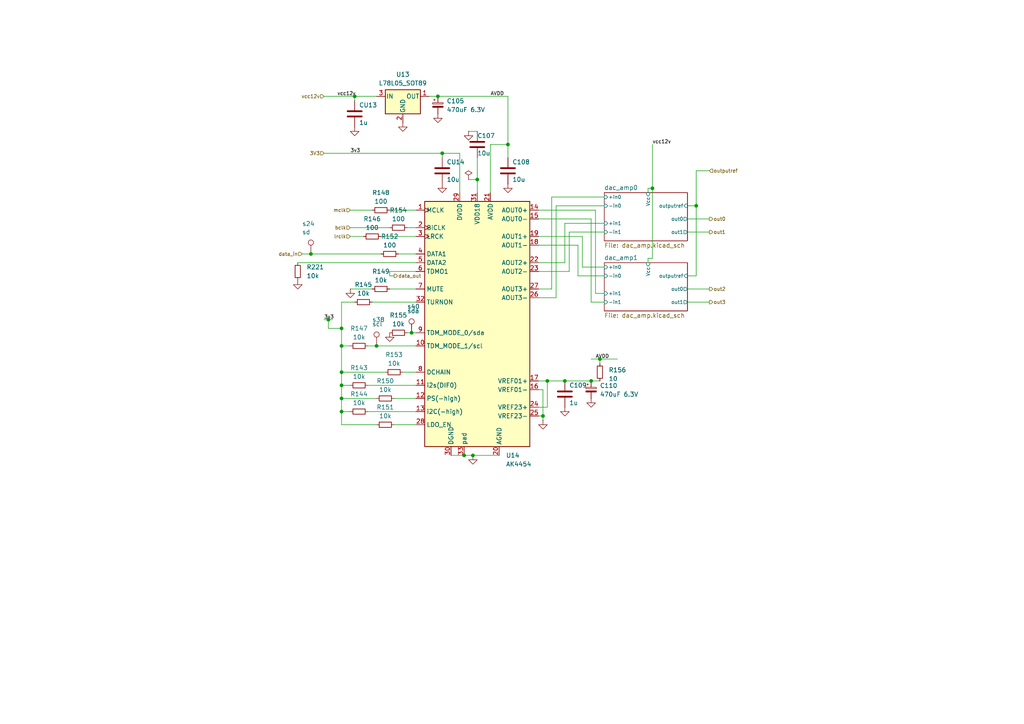
<source format=kicad_sch>
(kicad_sch (version 20231120) (generator "eeschema") (generator_version "8.0")
  (paper "A4")
  (lib_symbols
    (symbol "Connector:TestPoint" (pin_numbers hide) (pin_names (offset 0.762) hide)
      (property "Reference" "TP" (at 0 6.858 0))
      (property "Value" "TestPoint" (at 0 5.08 0))
      (symbol "TestPoint_0_1"
        (circle (center 0 3.302) (radius 0.762))
      )
      (symbol "TestPoint_1_1"
        (pin passive line (at 0 0 90) (length 2.54) (name "1") (number "1"))
      )
    )
    (symbol "Device:C" (pin_numbers hide) (pin_names (offset 0.254))
      (property "Reference" "C" (at 0.635 2.54 0))
      (property "Value" "C" (at 0.635 -2.54 0))
      (symbol "C_0_1"
        (polyline (pts (xy -2.032 -0.762) (xy 2.032 -0.762)) (stroke (width 0.508)))
        (polyline (pts (xy -2.032 0.762) (xy 2.032 0.762)) (stroke (width 0.508)))
      )
      (symbol "C_1_1"
        (pin passive line (at 0 3.81 270) (length 2.794) (name "~") (number "1"))
        (pin passive line (at 0 -3.81 90) (length 2.794) (name "~") (number "2"))
      )
    )
    (symbol "Device:C_Polarized_Small" (pin_numbers hide) (pin_names (offset 0.254) hide)
      (property "Reference" "C" (at 0.254 1.778 0))
      (property "Value" "C_Polarized_Small" (at 0.254 -2.032 0))
      (symbol "C_Polarized_Small_0_1"
        (rectangle (start -1.524 -0.3048) (end 1.524 -0.6858) (fill (type outline)))
        (rectangle (start -1.524 0.6858) (end 1.524 0.3048))
        (polyline (pts (xy -1.27 1.524) (xy -0.762 1.524)))
        (polyline (pts (xy -1.016 1.27) (xy -1.016 1.778)))
      )
      (symbol "C_Polarized_Small_1_1"
        (pin passive line (at 0 2.54 270) (length 1.8542) (name "~") (number "1"))
        (pin passive line (at 0 -2.54 90) (length 1.8542) (name "~") (number "2"))
      )
    )
    (symbol "Device:R_Small" (pin_numbers hide) (pin_names (offset 0.254) hide)
      (property "Reference" "R" (at 0.762 0.508 0))
      (property "Value" "R_Small" (at 0.762 -1.016 0))
      (symbol "R_Small_0_1"
        (rectangle (start -0.762 1.778) (end 0.762 -1.778) (stroke (width 0.2032)))
      )
      (symbol "R_Small_1_1"
        (pin passive line (at 0 2.54 270) (length 0.762) (name "~") (number "1"))
        (pin passive line (at 0 -2.54 90) (length 0.762) (name "~") (number "2"))
      )
    )
    (symbol "Regulator_Linear:L78L05_SOT89" (pin_names (offset 0.254))
      (property "Reference" "U" (at -3.81 3.175 0))
      (property "Value" "L78L05_SOT89" (at -0.635 3.175 0))
      (symbol "L78L05_SOT89_0_1"
        (rectangle (start -5.08 1.905) (end 5.08 -5.08) (stroke (width 0.254)) (fill (type background)))
      )
      (symbol "L78L05_SOT89_1_1"
        (pin power_out line (at 7.62 0 180) (length 2.54) (name "OUT") (number "1"))
        (pin power_in line (at 0 -7.62 90) (length 2.54) (name "GND") (number "2"))
        (pin power_in line (at -7.62 0 0) (length 2.54) (name "IN") (number "3"))
      )
    )
    (symbol "invendelirium_audio:AK4454_parallelmode"
      (property "Reference" "U" (at -15.24 36.83 0))
      (property "Value" "AK4454" (at 13.97 36.83 0))
      (symbol "AK4454_parallelmode_0_1"
        (rectangle (start -15.24 35.56) (end 15.24 -35.56) (stroke (width 0.254)) (fill (type background)))
      )
      (symbol "AK4454_parallelmode_1_1"
        (pin input clock (at -17.78 33.02 0) (length 2.54) (name "MCLK") (number "1"))
        (pin input line (at -17.78 -6.35 0) (length 2.54) (name "TDM_MODE_1/scl") (number "10"))
        (pin input line (at -17.78 -17.78 0) (length 2.54) (name "i2s(DIF0)") (number "11"))
        (pin input line (at -17.78 -21.59 0) (length 2.54) (name "PS(-high)") (number "12"))
        (pin input line (at -17.78 -25.4 0) (length 2.54) (name "i2C(-high)") (number "13"))
        (pin output line (at 17.78 33.02 180) (length 2.54) (name "AOUT0+") (number "14"))
        (pin output line (at 17.78 30.48 180) (length 2.54) (name "AOUT0-") (number "15"))
        (pin input line (at 17.78 -19.05 180) (length 2.54) (name "VREF01-") (number "16"))
        (pin input line (at 17.78 -16.51 180) (length 2.54) (name "VREF01+") (number "17"))
        (pin output line (at 17.78 22.86 180) (length 2.54) (name "AOUT1-") (number "18"))
        (pin output line (at 17.78 25.4 180) (length 2.54) (name "AOUT1+") (number "19"))
        (pin input clock (at -17.78 27.94 0) (length 2.54) (name "BICLK") (number "2"))
        (pin power_in line (at 6.35 -38.1 90) (length 2.54) (name "AGND") (number "20"))
        (pin power_in line (at 3.81 38.1 270) (length 2.54) (name "AVDD") (number "21"))
        (pin output line (at 17.78 17.78 180) (length 2.54) (name "AOUT2+") (number "22"))
        (pin output line (at 17.78 15.24 180) (length 2.54) (name "AOUT2-") (number "23"))
        (pin input line (at 17.78 -24.13 180) (length 2.54) (name "VREF23+") (number "24"))
        (pin input line (at 17.78 -26.67 180) (length 2.54) (name "VREF23-") (number "25"))
        (pin output line (at 17.78 7.62 180) (length 2.54) (name "AOUT3-") (number "26"))
        (pin output line (at 17.78 10.16 180) (length 2.54) (name "AOUT3+") (number "27"))
        (pin input line (at -17.78 -29.21 0) (length 2.54) (name "LDO_EN") (number "28"))
        (pin power_in line (at -5.08 38.1 270) (length 2.54) (name "DVDD") (number "29"))
        (pin input clock (at -17.78 25.4 0) (length 2.54) (name "LRCK") (number "3"))
        (pin power_in line (at -7.62 -38.1 90) (length 2.54) (name "DGND") (number "30"))
        (pin power_in line (at 0 38.1 270) (length 2.54) (name "VDD18") (number "31"))
        (pin input line (at -17.78 6.35 0) (length 2.54) (name "TURNON") (number "32"))
        (pin power_in line (at -3.81 -38.1 90) (length 2.54) (name "pad") (number "33"))
        (pin input line (at -17.78 20.32 0) (length 2.54) (name "DATA1") (number "4"))
        (pin input line (at -17.78 17.78 0) (length 2.54) (name "DATA2") (number "5"))
        (pin output line (at -17.78 15.24 0) (length 2.54) (name "TDMO1") (number "6"))
        (pin input line (at -17.78 10.16 0) (length 2.54) (name "MUTE") (number "7"))
        (pin input line (at -17.78 -13.97 0) (length 2.54) (name "DCHAIN") (number "8"))
        (pin input line (at -17.78 -2.54 0) (length 2.54) (name "TDM_MODE_0/sda") (number "9"))
      )
    )
    (symbol "power:GND" (power) (pin_numbers hide) (pin_names (offset 0) hide)
      (property "Value" "GND" (at 0 -3.81 0))
      (symbol "GND_0_1"
        (polyline (pts (xy 0 0) (xy 0 -1.27) (xy 1.27 -1.27) (xy 0 -2.54) (xy -1.27 -1.27) (xy 0 -1.27)))
      )
      (symbol "GND_1_1"
        (pin power_in line (at 0 0 270) (length 0) (name "~") (number "1"))
      )
    )
    (symbol "power:PWR_FLAG" (power) (pin_numbers hide) (pin_names (offset 0) hide)
      (property "Value" "PWR_FLAG" (at 0 3.81 0))
      (symbol "PWR_FLAG_0_0"
        (pin power_out line (at 0 0 90) (length 0) (name "~") (number "1"))
      )
      (symbol "PWR_FLAG_0_1"
        (polyline (pts (xy 0 0) (xy 0 1.27) (xy -1.016 1.905) (xy 0 2.54) (xy 1.016 1.905) (xy 0 1.27)))
      )
    )
  )
  (junction (at 134.62 132.08))
  (junction (at 109.22 100.33))
  (junction (at 99.06 95.25))
  (junction (at 128.27 44.45))
  (junction (at 102.87 27.94))
  (junction (at 157.48 120.65))
  (junction (at 173.99 104.14))
  (junction (at 99.06 111.76))
  (junction (at 147.32 41.91))
  (junction (at 99.06 100.33))
  (junction (at 158.75 110.49))
  (junction (at 95.25 92.71))
  (junction (at 119.38 96.52))
  (junction (at 99.06 119.38))
  (junction (at 90.17 73.66))
  (junction (at 99.06 107.95))
  (junction (at 99.06 115.57))
  (junction (at 189.23 54.61))
  (junction (at 163.83 110.49))
  (junction (at 127 27.94))
  (junction (at 201.93 59.69))
  (junction (at 171.45 110.49))
  (junction (at 138.43 52.07))
  (junction (at 137.16 132.08))
  (wire (pts (xy 128.27 44.45) (xy 128.27 45.72)))
  (wire (pts (xy 93.98 92.71) (xy 95.25 92.71)))
  (wire (pts (xy 118.11 96.52) (xy 119.38 96.52)))
  (wire (pts (xy 90.17 73.66) (xy 110.49 73.66)))
  (wire (pts (xy 199.39 80.01) (xy 201.93 80.01)))
  (wire (pts (xy 135.89 38.1) (xy 138.43 38.1)))
  (wire (pts (xy 199.39 83.82) (xy 205.74 83.82)))
  (wire (pts (xy 99.06 107.95) (xy 111.76 107.95)))
  (wire (pts (xy 113.03 80.01) (xy 114.3 80.01)))
  (wire (pts (xy 156.21 83.82) (xy 160.02 83.82)))
  (wire (pts (xy 133.35 55.88) (xy 133.35 44.45)))
  (wire (pts (xy 147.32 45.72) (xy 147.32 41.91)))
  (wire (pts (xy 156.21 120.65) (xy 157.48 120.65)))
  (wire (pts (xy 168.91 77.47) (xy 175.26 77.47)))
  (wire (pts (xy 95.25 92.71) (xy 96.52 92.71)))
  (wire (pts (xy 113.03 60.96) (xy 120.65 60.96)))
  (wire (pts (xy 172.72 85.09) (xy 175.26 85.09)))
  (wire (pts (xy 114.3 115.57) (xy 120.65 115.57)))
  (wire (pts (xy 124.46 27.94) (xy 127 27.94)))
  (wire (pts (xy 99.06 119.38) (xy 99.06 115.57)))
  (wire (pts (xy 99.06 87.63) (xy 99.06 95.25)))
  (wire (pts (xy 110.49 68.58) (xy 120.65 68.58)))
  (wire (pts (xy 114.3 123.19) (xy 120.65 123.19)))
  (wire (pts (xy 142.24 41.91) (xy 147.32 41.91)))
  (wire (pts (xy 101.6 66.04) (xy 113.03 66.04)))
  (wire (pts (xy 187.96 54.61) (xy 189.23 54.61)))
  (wire (pts (xy 167.64 80.01) (xy 175.26 80.01)))
  (wire (pts (xy 187.96 76.2) (xy 187.96 74.93)))
  (wire (pts (xy 113.03 78.74) (xy 113.03 80.01)))
  (wire (pts (xy 201.93 59.69) (xy 199.39 59.69)))
  (wire (pts (xy 187.96 55.88) (xy 187.96 54.61)))
  (wire (pts (xy 95.25 95.25) (xy 99.06 95.25)))
  (wire (pts (xy 138.43 45.72) (xy 138.43 52.07)))
  (wire (pts (xy 171.45 87.63) (xy 175.26 87.63)))
  (wire (pts (xy 201.93 80.01) (xy 201.93 59.69)))
  (wire (pts (xy 99.06 100.33) (xy 99.06 107.95)))
  (wire (pts (xy 133.35 44.45) (xy 128.27 44.45)))
  (wire (pts (xy 109.22 27.94) (xy 102.87 27.94)))
  (wire (pts (xy 156.21 60.96) (xy 172.72 60.96)))
  (wire (pts (xy 137.16 132.08) (xy 144.78 132.08)))
  (wire (pts (xy 99.06 115.57) (xy 99.06 111.76)))
  (wire (pts (xy 173.99 104.14) (xy 179.07 104.14)))
  (wire (pts (xy 101.6 83.82) (xy 107.95 83.82)))
  (wire (pts (xy 109.22 100.33) (xy 120.65 100.33)))
  (wire (pts (xy 157.48 113.03) (xy 157.48 120.65)))
  (wire (pts (xy 130.81 132.08) (xy 134.62 132.08)))
  (wire (pts (xy 168.91 68.58) (xy 168.91 77.47)))
  (wire (pts (xy 113.03 83.82) (xy 120.65 83.82)))
  (wire (pts (xy 115.57 73.66) (xy 120.65 73.66)))
  (wire (pts (xy 187.96 74.93) (xy 189.23 74.93)))
  (wire (pts (xy 93.98 27.94) (xy 102.87 27.94)))
  (wire (pts (xy 138.43 52.07) (xy 138.43 55.88)))
  (wire (pts (xy 205.74 49.53) (xy 201.93 49.53)))
  (wire (pts (xy 99.06 100.33) (xy 101.6 100.33)))
  (wire (pts (xy 189.23 54.61) (xy 189.23 74.93)))
  (wire (pts (xy 106.68 119.38) (xy 120.65 119.38)))
  (wire (pts (xy 99.06 111.76) (xy 101.6 111.76)))
  (wire (pts (xy 165.1 67.31) (xy 175.26 67.31)))
  (wire (pts (xy 106.68 111.76) (xy 120.65 111.76)))
  (wire (pts (xy 109.22 123.19) (xy 99.06 123.19)))
  (wire (pts (xy 87.63 73.66) (xy 90.17 73.66)))
  (wire (pts (xy 171.45 104.14) (xy 173.99 104.14)))
  (wire (pts (xy 156.21 78.74) (xy 165.1 78.74)))
  (wire (pts (xy 156.21 86.36) (xy 161.29 86.36)))
  (wire (pts (xy 201.93 49.53) (xy 201.93 59.69)))
  (wire (pts (xy 99.06 95.25) (xy 99.06 100.33)))
  (wire (pts (xy 109.22 115.57) (xy 99.06 115.57)))
  (wire (pts (xy 161.29 59.69) (xy 175.26 59.69)))
  (wire (pts (xy 135.89 52.07) (xy 138.43 52.07)))
  (wire (pts (xy 158.75 110.49) (xy 156.21 110.49)))
  (wire (pts (xy 147.32 41.91) (xy 147.32 27.94)))
  (wire (pts (xy 167.64 71.12) (xy 167.64 80.01)))
  (wire (pts (xy 163.83 76.2) (xy 163.83 64.77)))
  (wire (pts (xy 165.1 78.74) (xy 165.1 67.31)))
  (wire (pts (xy 99.06 123.19) (xy 99.06 119.38)))
  (wire (pts (xy 156.21 71.12) (xy 167.64 71.12)))
  (wire (pts (xy 102.87 27.94) (xy 102.87 29.21)))
  (wire (pts (xy 118.11 66.04) (xy 120.65 66.04)))
  (wire (pts (xy 119.38 96.52) (xy 120.65 96.52)))
  (wire (pts (xy 156.21 68.58) (xy 168.91 68.58)))
  (wire (pts (xy 95.25 92.71) (xy 95.25 95.25)))
  (wire (pts (xy 156.21 76.2) (xy 163.83 76.2)))
  (wire (pts (xy 199.39 63.5) (xy 205.74 63.5)))
  (wire (pts (xy 158.75 118.11) (xy 158.75 110.49)))
  (wire (pts (xy 156.21 118.11) (xy 158.75 118.11)))
  (wire (pts (xy 99.06 107.95) (xy 99.06 111.76)))
  (wire (pts (xy 86.36 76.2) (xy 120.65 76.2)))
  (wire (pts (xy 101.6 68.58) (xy 105.41 68.58)))
  (wire (pts (xy 101.6 60.96) (xy 107.95 60.96)))
  (wire (pts (xy 172.72 60.96) (xy 172.72 85.09)))
  (wire (pts (xy 163.83 64.77) (xy 175.26 64.77)))
  (wire (pts (xy 156.21 113.03) (xy 157.48 113.03)))
  (wire (pts (xy 106.68 100.33) (xy 109.22 100.33)))
  (wire (pts (xy 157.48 120.65) (xy 157.48 121.92)))
  (wire (pts (xy 101.6 119.38) (xy 99.06 119.38)))
  (wire (pts (xy 107.95 87.63) (xy 120.65 87.63)))
  (wire (pts (xy 99.06 87.63) (xy 102.87 87.63)))
  (wire (pts (xy 189.23 41.91) (xy 189.23 54.61)))
  (wire (pts (xy 163.83 110.49) (xy 171.45 110.49)))
  (wire (pts (xy 199.39 67.31) (xy 205.74 67.31)))
  (wire (pts (xy 161.29 86.36) (xy 161.29 59.69)))
  (wire (pts (xy 199.39 87.63) (xy 205.74 87.63)))
  (wire (pts (xy 147.32 27.94) (xy 127 27.94)))
  (wire (pts (xy 134.62 132.08) (xy 137.16 132.08)))
  (wire (pts (xy 171.45 110.49) (xy 173.99 110.49)))
  (wire (pts (xy 93.98 44.45) (xy 128.27 44.45)))
  (wire (pts (xy 160.02 57.15) (xy 175.26 57.15)))
  (wire (pts (xy 171.45 63.5) (xy 171.45 87.63)))
  (wire (pts (xy 120.65 78.74) (xy 113.03 78.74)))
  (wire (pts (xy 156.21 63.5) (xy 171.45 63.5)))
  (wire (pts (xy 116.84 107.95) (xy 120.65 107.95)))
  (wire (pts (xy 158.75 110.49) (xy 163.83 110.49)))
  (wire (pts (xy 173.99 105.41) (xy 173.99 104.14)))
  (wire (pts (xy 160.02 83.82) (xy 160.02 57.15)))
  (wire (pts (xy 142.24 55.88) (xy 142.24 41.91)))
  (label "3v3" (at 101.6 44.45 0) (effects (font (size 1.016 1.016))))
  (label "3v3" (at 93.98 92.71 0) (effects (font (size 1.016 1.016))))
  (label "AVDD" (at 142.24 27.94 0) (effects (font (size 1.016 1.016))))
  (label "vcc12v" (at 97.79 27.94 0) (effects (font (size 1.016 1.016))))
  (label "vcc12v" (at 189.23 41.91 0) (effects (font (size 1.016 1.016))))
  (label "AVDD" (at 172.72 104.14 0) (effects (font (size 1.016 1.016))))
  (hierarchical_label "outputref" (shape input) (at 205.74 49.53 0) (effects (font (size 1.016 1.016))))
  (hierarchical_label "bclk" (shape input) (at 101.6 66.04 180) (effects (font (size 1.016 1.016))))
  (hierarchical_label "data_out" (shape output) (at 114.3 80.01 0) (effects (font (size 1.016 1.016))))
  (hierarchical_label "out3" (shape output) (at 205.74 87.63 0) (effects (font (size 1.016 1.016))))
  (hierarchical_label "out0" (shape output) (at 205.74 63.5 0) (effects (font (size 1.016 1.016))))
  (hierarchical_label "mclk" (shape input) (at 101.6 60.96 180) (effects (font (size 1.016 1.016))))
  (hierarchical_label "vcc12v" (shape input) (at 93.98 27.94 180) (effects (font (size 1.016 1.016))))
  (hierarchical_label "3V3" (shape input) (at 93.98 44.45 180) (effects (font (size 1.016 1.016))))
  (hierarchical_label "out2" (shape output) (at 205.74 83.82 0) (effects (font (size 1.016 1.016))))
  (hierarchical_label "data_in" (shape input) (at 87.63 73.66 180) (effects (font (size 1.016 1.016))))
  (hierarchical_label "out1" (shape output) (at 205.74 67.31 0) (effects (font (size 1.016 1.016))))
  (hierarchical_label "lrclk" (shape input) (at 101.6 68.58 180) (effects (font (size 1.016 1.016))))
  (symbol (lib_id "Device:R_Small") (at 104.14 111.76 90) (unit 1)
    (property "Reference" "R143" (at 104.14 106.68 90))
    (property "Value" "10k" (at 104.14 109.22 90))
    (property "Footprint" "invendelirium_audio:R_0603" (effects (hide yes)))
    (instances (project "uberamp1" (path "" (reference "R143") (unit 1)) (path "" (reference "R139") (unit 1))))
  )
  (symbol (lib_id "Device:R_Small") (at 173.99 107.95 180) (unit 1)
    (property "Reference" "R156" (at 176.53 107.315 0) (effects (justify right)))
    (property "Value" "10" (at 176.53 109.855 0) (effects (justify right)))
    (property "Footprint" "invendelirium_audio:R_0603" (effects (hide yes)))
    (instances (project "uberamp1" (path "" (reference "R156") (unit 1)) (path "" (reference "R105") (unit 1))))
  )
  (symbol (lib_id "power:GND") (at 101.6 83.82 0) (unit 1)
    (property "Reference" "#PWR0109" (effects (hide yes)))
    (property "Value" "GND" (effects (hide yes)))
    (instances (project "uberamp1" (path "" (reference "#PWR0109") (unit 1)) (path "" (reference "#PWR0102") (unit 1))))
  )
  (symbol (lib_id "Device:C") (at 102.87 33.02 0) (unit 1)
    (property "Reference" "CU13" (at 104.14 30.48 0) (effects (justify left)))
    (property "Value" "1u" (at 104.14 35.56 0) (effects (justify left)))
    (property "Footprint" "invendelirium_audio:C_0603" (effects (hide yes)))
    (property "Voltage" "16V" (effects (hide yes)))
    (instances (project "uberamp1" (path "" (reference "CU13") (unit 1)) (path "" (reference "CU10") (unit 1))))
  )
  (symbol (lib_id "power:GND") (at 157.48 121.92 0) (unit 1)
    (property "Reference" "#PWR0121" (effects (hide yes)))
    (property "Value" "GND" (effects (hide yes)))
    (instances (project "uberamp1" (path "" (reference "#PWR0121") (unit 1)) (path "" (reference "#PWR087") (unit 1))))
  )
  (symbol (lib_id "power:GND") (at 113.03 96.52 0) (unit 1)
    (property "Reference" "#PWR0113" (effects (hide yes)))
    (property "Value" "GND" (effects (hide yes)))
    (instances (project "uberamp1" (path "" (reference "#PWR0113") (unit 1)) (path "" (reference "#PWR0104") (unit 1))))
  )
  (symbol (lib_id "power:GND") (at 135.89 38.1 0) (unit 1)
    (property "Reference" "#PWR0118" (effects (hide yes)))
    (property "Value" "GND" (effects (hide yes)))
    (instances (project "uberamp1" (path "" (reference "#PWR0118") (unit 1)) (path "" (reference "#PWR096") (unit 1))))
  )
  (symbol (lib_id "power:GND") (at 86.36 81.28 0) (unit 1)
    (property "Reference" "#PWR0187" (effects (hide yes)))
    (property "Value" "GND" (effects (hide yes)))
    (instances (project "uberamp1" (path "" (reference "#PWR0187") (unit 1)) (path "" (reference "#PWR0186") (unit 1))))
  )
  (symbol (lib_id "power:GND") (at 128.27 53.34 0) (unit 1)
    (property "Reference" "#PWR0117" (effects (hide yes)))
    (property "Value" "GND" (effects (hide yes)))
    (instances (project "uberamp1" (path "" (reference "#PWR0117") (unit 1)) (path "" (reference "#PWR091") (unit 1))))
  )
  (symbol (lib_id "Connector:TestPoint") (at 119.38 96.52 0) (unit 1)
    (property "Reference" "s40" (at 118.11 88.9 0) (effects (justify left)))
    (property "Value" "sda" (at 118.11 90.17 0) (effects (justify left)))
    (property "Footprint" "invendelirium_general:pad_1.2x1.5" (effects (hide yes)))
    (instances (project "uberamp1" (path "" (reference "s40") (unit 1)) (path "" (reference "s39") (unit 1))))
  )
  (symbol (lib_id "Device:R_Small") (at 110.49 60.96 270) (unit 1)
    (property "Reference" "R148" (at 110.49 55.88 90))
    (property "Value" "100" (at 110.49 58.42 90))
    (property "Footprint" "invendelirium_audio:R_0603" (effects (hide yes)))
    (instances (project "uberamp1" (path "" (reference "R148") (unit 1)) (path "" (reference "R130") (unit 1))))
  )
  (symbol (lib_id "power:GND") (at 171.45 115.57 0) (unit 1)
    (property "Reference" "#PWR0123" (effects (hide yes)))
    (property "Value" "GND" (effects (hide yes)))
    (instances (project "uberamp1" (path "" (reference "#PWR0123") (unit 1)) (path "" (reference "#PWR089") (unit 1))))
  )
  (symbol (lib_id "Device:C") (at 138.43 41.91 0) (unit 1)
    (property "Reference" "C107" (at 138.43 39.37 0) (effects (justify left)))
    (property "Value" "10u" (at 138.43 44.45 0) (effects (justify left)))
    (property "Footprint" "invendelirium_audio:C_0603" (effects (hide yes)))
    (property "Voltage" "16V" (effects (hide yes)))
    (instances (project "uberamp1" (path "" (reference "C107") (unit 1)) (path "" (reference "C83") (unit 1))))
  )
  (symbol (lib_id "Device:R_Small") (at 115.57 66.04 270) (unit 1)
    (property "Reference" "R154" (at 115.57 60.96 90))
    (property "Value" "100" (at 115.57 63.5 90))
    (property "Footprint" "invendelirium_audio:R_0603" (effects (hide yes)))
    (instances (project "uberamp1" (path "" (reference "R154") (unit 1)) (path "" (reference "R131") (unit 1))))
  )
  (symbol (lib_id "Device:R_Small") (at 86.36 78.74 180) (unit 1)
    (property "Reference" "R221" (at 88.9 77.4699 0) (effects (justify right)))
    (property "Value" "10k" (at 88.9 80.0099 0) (effects (justify right)))
    (property "Footprint" "invendelirium_audio:R_0603" (effects (hide yes)))
    (instances (project "uberamp1" (path "" (reference "R221") (unit 1)) (path "" (reference "R220") (unit 1))))
  )
  (symbol (lib_id "Device:R_Small") (at 115.57 96.52 90) (unit 1)
    (property "Reference" "R155" (at 115.57 91.44 90))
    (property "Value" "10k" (at 115.57 93.98 90))
    (property "Footprint" "invendelirium_audio:R_0603" (effects (hide yes)))
    (instances (project "uberamp1" (path "" (reference "R155") (unit 1)) (path "" (reference "R136") (unit 1))))
  )
  (symbol (lib_id "Device:C") (at 147.32 49.53 0) (unit 1)
    (property "Reference" "C108" (at 148.59 46.99 0) (effects (justify left)))
    (property "Value" "10u" (at 148.59 52.07 0) (effects (justify left)))
    (property "Footprint" "invendelirium_audio:C_0603" (effects (hide yes)))
    (property "Voltage" "16V" (effects (hide yes)))
    (instances (project "uberamp1" (path "" (reference "C108") (unit 1)) (path "" (reference "C77") (unit 1))))
  )
  (symbol (lib_id "Connector:TestPoint") (at 90.17 73.66 0) (unit 1)
    (property "Reference" "s24" (at 87.63 64.897 0) (effects (justify left)))
    (property "Value" "sd" (at 87.63 67.31 0) (effects (justify left)))
    (property "Footprint" "invendelirium_general:pad_1.2x1.5" (effects (hide yes)))
    (instances (project "uberamp1" (path "" (reference "s24") (unit 1)) (path "" (reference "s23") (unit 1))))
  )
  (symbol (lib_id "Device:C_Polarized_Small") (at 171.45 113.03 0) (unit 1)
    (property "Reference" "C110" (at 173.99 111.8489 0) (effects (justify left)))
    (property "Value" "470uF 6.3V" (at 173.99 114.3889 0) (effects (justify left)))
    (property "Footprint" "invendelirium_general:CP_Radial_D8.0mm_P3.50mm" (effects (hide yes)))
    (property "PN" "A759EK477M0JAAE016" (effects (hide yes)))
    (instances (project "uberamp1" (path "" (reference "C110") (unit 1)) (path "" (reference "C80") (unit 1))))
  )
  (symbol (lib_id "power:GND") (at 163.83 118.11 0) (unit 1)
    (property "Reference" "#PWR0122" (effects (hide yes)))
    (property "Value" "GND" (effects (hide yes)))
    (instances (project "uberamp1" (path "" (reference "#PWR0122") (unit 1)) (path "" (reference "#PWR088") (unit 1))))
  )
  (symbol (lib_id "Device:C") (at 163.83 114.3 0) (unit 1)
    (property "Reference" "C109" (at 165.1 111.76 0) (effects (justify left)))
    (property "Value" "1u" (at 165.1 116.84 0) (effects (justify left)))
    (property "Footprint" "invendelirium_audio:C_0603" (effects (hide yes)))
    (property "Voltage" "16V" (effects (hide yes)))
    (instances (project "uberamp1" (path "" (reference "C109") (unit 1)) (path "" (reference "C79") (unit 1))))
  )
  (symbol (lib_id "Device:C") (at 128.27 49.53 0) (unit 1)
    (property "Reference" "CU14" (at 129.54 46.99 0) (effects (justify left)))
    (property "Value" "10u" (at 129.54 52.07 0) (effects (justify left)))
    (property "Footprint" "invendelirium_audio:C_0603" (effects (hide yes)))
    (property "Voltage" "16V" (effects (hide yes)))
    (instances (project "uberamp1" (path "" (reference "CU14") (unit 1)) (path "" (reference "CU978") (unit 1))))
  )
  (symbol (lib_id "power:PWR_FLAG") (at 135.89 52.07 0) (unit 1)
    (property "Reference" "#FLG010" (effects (hide yes)))
    (property "Value" "PWR_FLAG" (effects (hide yes)))
    (property "Description" "Special symbol for telling ERC where power comes from" (effects (hide yes)))
    (instances (project "" (path "" (reference "#FLG010") (unit 1)) (path "" (reference "#FLG09") (unit 1))))
  )
  (symbol (lib_id "Regulator_Linear:L78L05_SOT89") (at 116.84 27.94 0) (unit 1)
    (property "Reference" "U13" (at 116.84 21.59 0))
    (property "Value" "L78L05_SOT89" (at 116.84 24.13 0))
    (property "Footprint" "Package_TO_SOT_SMD:SOT-89-3" (effects (hide yes)))
    (property "Datasheet" "http://www.st.com/content/ccc/resource/technical/document/datasheet/15/55/e5/aa/23/5b/43/fd/CD00000446.pdf/files/CD00000446.pdf/jcr:content/translations/en.CD00000446.pdf" (effects (hide yes)))
    (instances (project "uberamp1" (path "" (reference "U13") (unit 1)) (path "" (reference "U10") (unit 1))))
  )
  (symbol (lib_id "Device:R_Small") (at 114.3 107.95 90) (unit 1)
    (property "Reference" "R153" (at 114.3 102.87 90))
    (property "Value" "10k" (at 114.3 105.41 90))
    (property "Footprint" "invendelirium_audio:R_0603" (effects (hide yes)))
    (instances (project "uberamp1" (path "" (reference "R153") (unit 1)) (path "" (reference "R138") (unit 1))))
  )
  (symbol (lib_id "Device:R_Small") (at 105.41 87.63 90) (unit 1)
    (property "Reference" "R145" (at 105.41 82.55 90))
    (property "Value" "10k" (at 105.41 85.09 90))
    (property "Footprint" "invendelirium_audio:R_0603" (effects (hide yes)))
    (instances (project "uberamp1" (path "" (reference "R145") (unit 1)) (path "" (reference "R135") (unit 1))))
  )
  (symbol (lib_id "Device:R_Small") (at 110.49 83.82 90) (unit 1)
    (property "Reference" "R149" (at 110.49 78.74 90))
    (property "Value" "10k" (at 110.49 81.28 90))
    (property "Footprint" "invendelirium_audio:R_0603" (effects (hide yes)))
    (instances (project "uberamp1" (path "" (reference "R149") (unit 1)) (path "" (reference "R134") (unit 1))))
  )
  (symbol (lib_id "Device:R_Small") (at 107.95 68.58 270) (unit 1)
    (property "Reference" "R146" (at 107.95 63.5 90))
    (property "Value" "100" (at 107.95 66.04 90))
    (property "Footprint" "invendelirium_audio:R_0603" (effects (hide yes)))
    (instances (project "uberamp1" (path "" (reference "R146") (unit 1)) (path "" (reference "R132") (unit 1))))
  )
  (symbol (lib_id "power:GND") (at 102.87 36.83 0) (unit 1)
    (property "Reference" "#PWR0110" (effects (hide yes)))
    (property "Value" "GND" (effects (hide yes)))
    (instances (project "uberamp1" (path "" (reference "#PWR0110") (unit 1)) (path "" (reference "#PWR095") (unit 1))))
  )
  (symbol (lib_id "power:GND") (at 147.32 53.34 0) (unit 1)
    (property "Reference" "#PWR0120" (effects (hide yes)))
    (property "Value" "GND" (effects (hide yes)))
    (instances (project "uberamp1" (path "" (reference "#PWR0120") (unit 1)) (path "" (reference "#PWR090") (unit 1))))
  )
  (symbol (lib_id "power:GND") (at 137.16 132.08 0) (unit 1)
    (property "Reference" "#PWR0119" (effects (hide yes)))
    (property "Value" "GND" (effects (hide yes)))
    (instances (project "uberamp1" (path "" (reference "#PWR0119") (unit 1)) (path "" (reference "#PWR086") (unit 1))))
  )
  (symbol (lib_id "Device:C_Polarized_Small") (at 127 30.48 0) (unit 1)
    (property "Reference" "C105" (at 129.54 29.2989 0) (effects (justify left)))
    (property "Value" "470uF 6.3V" (at 129.54 31.8389 0) (effects (justify left)))
    (property "Footprint" "invendelirium_general:CP_Radial_D8.0mm_P3.50mm" (effects (hide yes)))
    (property "PN" "A759EK477M0JAAE016" (effects (hide yes)))
    (instances (project "uberamp1" (path "" (reference "C105") (unit 1)) (path "" (reference "C81") (unit 1))))
  )
  (symbol (lib_id "power:GND") (at 116.84 35.56 0) (unit 1)
    (property "Reference" "#PWR0114" (effects (hide yes)))
    (property "Value" "GND" (effects (hide yes)))
    (instances (project "uberamp1" (path "" (reference "#PWR0114") (unit 1)) (path "" (reference "#PWR093") (unit 1))))
  )
  (symbol (lib_id "Device:R_Small") (at 111.76 115.57 90) (unit 1)
    (property "Reference" "R150" (at 111.76 110.49 90))
    (property "Value" "10k" (at 111.76 113.03 90))
    (property "Footprint" "invendelirium_audio:R_0603" (effects (hide yes)))
    (instances (project "uberamp1" (path "" (reference "R150") (unit 1)) (path "" (reference "R140") (unit 1))))
  )
  (symbol (lib_id "power:GND") (at 127 33.02 0) (unit 1)
    (property "Reference" "#PWR0116" (effects (hide yes)))
    (property "Value" "GND" (effects (hide yes)))
    (instances (project "uberamp1" (path "" (reference "#PWR0116") (unit 1)) (path "" (reference "#PWR094") (unit 1))))
  )
  (symbol (lib_id "Connector:TestPoint") (at 109.22 100.33 0) (unit 1)
    (property "Reference" "s38" (at 107.95 92.71 0) (effects (justify left)))
    (property "Value" "scl" (at 107.95 93.98 0) (effects (justify left)))
    (property "Footprint" "invendelirium_general:pad_1.2x1.5" (effects (hide yes)))
    (instances (project "uberamp1" (path "" (reference "s38") (unit 1)) (path "" (reference "s37") (unit 1))))
  )
  (symbol (lib_id "Device:R_Small") (at 113.03 73.66 270) (unit 1)
    (property "Reference" "R152" (at 113.03 68.58 90))
    (property "Value" "100" (at 113.03 71.12 90))
    (property "Footprint" "invendelirium_audio:R_0603" (effects (hide yes)))
    (instances (project "uberamp1" (path "" (reference "R152") (unit 1)) (path "" (reference "R133") (unit 1))))
  )
  (symbol (lib_id "Device:R_Small") (at 104.14 100.33 90) (unit 1)
    (property "Reference" "R147" (at 104.14 95.25 90))
    (property "Value" "10k" (at 104.14 97.79 90))
    (property "Footprint" "invendelirium_audio:R_0603" (effects (hide yes)))
    (instances (project "uberamp1" (path "" (reference "R147") (unit 1)) (path "" (reference "R137") (unit 1))))
  )
  (symbol (lib_id "invendelirium_audio:AK4454_parallelmode") (at 138.43 93.98 0) (unit 1)
    (property "Reference" "U14" (at 146.7359 132.08 0) (effects (justify left)))
    (property "Value" "AK4454" (at 146.7359 134.62 0) (effects (justify left)))
    (property "Footprint" "invendelirium_audio:QFN-8p8p-5x5mm" (effects (hide yes)))
    (property "Description" "4ch DACv 115db" (effects (hide yes)))
    (instances (project "uberamp1" (path "" (reference "U14") (unit 1)) (path "" (reference "U9") (unit 1))))
  )
  (symbol (lib_id "Device:R_Small") (at 111.76 123.19 90) (unit 1)
    (property "Reference" "R151" (at 111.76 118.11 90))
    (property "Value" "10k" (at 111.76 120.65 90))
    (property "Footprint" "invendelirium_audio:R_0603" (effects (hide yes)))
    (instances (project "uberamp1" (path "" (reference "R151") (unit 1)) (path "" (reference "R142") (unit 1))))
  )
  (symbol (lib_id "Device:R_Small") (at 104.14 119.38 90) (unit 1)
    (property "Reference" "R144" (at 104.14 114.3 90))
    (property "Value" "10k" (at 104.14 116.84 90))
    (property "Footprint" "invendelirium_audio:R_0603" (effects (hide yes)))
    (instances (project "uberamp1" (path "" (reference "R144") (unit 1)) (path "" (reference "R141") (unit 1))))
  )
  (sheet (at 175.26 55.88) (size 24.13 13.97) (stroke (width 0.1524))
    (property "Sheetname" "dac_amp0" (at 175.26 55.1684 0) (effects (justify left bottom)))
    (property "Sheetfile" "dac_amp.kicad_sch" (at 175.26 70.4346 0) (effects (justify left top)))
    (pin "+in1" input (at 175.26 64.77 180) (effects (font (size 1.016 1.016))))
    (pin "-in0" input (at 175.26 59.69 180) (effects (font (size 1.016 1.016))))
    (pin "+in0" input (at 175.26 57.15 180) (effects (font (size 1.016 1.016))))
    (pin "-in1" input (at 175.26 67.31 180) (effects (font (size 1.016 1.016))))
    (pin "outputref" input (at 199.39 59.69 0) (effects (font (size 1.016 1.016))))
    (pin "out0" output (at 199.39 63.5 0) (effects (font (size 1.016 1.016))))
    (pin "Vcc" input (at 187.96 55.88 90) (effects (font (size 1.016 1.016))))
    (pin "out1" output (at 199.39 67.31 0) (effects (font (size 1.016 1.016))))
  )
  (sheet (at 175.26 76.2) (size 24.13 13.97) (stroke (width 0.1524))
    (property "Sheetname" "dac_amp1" (at 175.26 75.4884 0) (effects (justify left bottom)))
    (property "Sheetfile" "dac_amp.kicad_sch" (at 175.26 90.7546 0) (effects (justify left top)))
    (pin "+in1" input (at 175.26 85.09 180) (effects (font (size 1.016 1.016))))
    (pin "-in0" input (at 175.26 80.01 180) (effects (font (size 1.016 1.016))))
    (pin "+in0" input (at 175.26 77.47 180) (effects (font (size 1.016 1.016))))
    (pin "-in1" input (at 175.26 87.63 180) (effects (font (size 1.016 1.016))))
    (pin "outputref" input (at 199.39 80.01 0) (effects (font (size 1.016 1.016))))
    (pin "out0" output (at 199.39 83.82 0) (effects (font (size 1.016 1.016))))
    (pin "Vcc" input (at 187.96 76.2 90) (effects (font (size 1.016 1.016))))
    (pin "out1" output (at 199.39 87.63 0) (effects (font (size 1.016 1.016))))
  )
)
</source>
